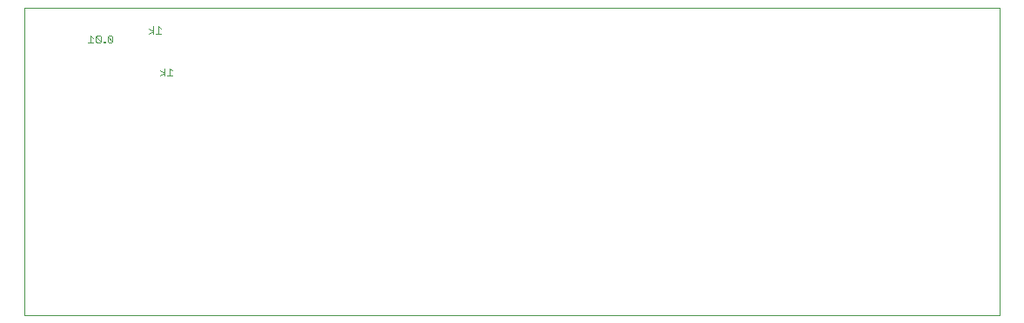
<source format=gbo>
G75*
%MOIN*%
%OFA0B0*%
%FSLAX24Y24*%
%IPPOS*%
%LPD*%
%AMOC8*
5,1,8,0,0,1.08239X$1,22.5*
%
%ADD10C,0.0000*%
%ADD11C,0.0030*%
D10*
X000559Y000331D02*
X000559Y012142D01*
X037929Y012142D01*
X037929Y000331D01*
X000559Y000331D01*
D11*
X005769Y009526D02*
X005914Y009623D01*
X005769Y009719D01*
X005914Y009816D02*
X005914Y009526D01*
X006015Y009526D02*
X006209Y009526D01*
X006112Y009526D02*
X006112Y009816D01*
X006209Y009719D01*
X003937Y010835D02*
X003743Y011029D01*
X003743Y010835D01*
X003791Y010787D01*
X003888Y010787D01*
X003937Y010835D01*
X003937Y011029D01*
X003888Y011077D01*
X003791Y011077D01*
X003743Y011029D01*
X003495Y011029D02*
X003446Y011077D01*
X003350Y011077D01*
X003301Y011029D01*
X003495Y010835D01*
X003446Y010787D01*
X003350Y010787D01*
X003301Y010835D01*
X003301Y011029D01*
X003200Y010980D02*
X003103Y011077D01*
X003103Y010787D01*
X003200Y010787D02*
X003006Y010787D01*
X003495Y010835D02*
X003495Y011029D01*
X003594Y010835D02*
X003594Y010787D01*
X003642Y010787D01*
X003642Y010835D01*
X003594Y010835D01*
X005339Y011136D02*
X005484Y011233D01*
X005339Y011329D01*
X005484Y011426D02*
X005484Y011136D01*
X005585Y011136D02*
X005779Y011136D01*
X005682Y011136D02*
X005682Y011426D01*
X005779Y011329D01*
M02*

</source>
